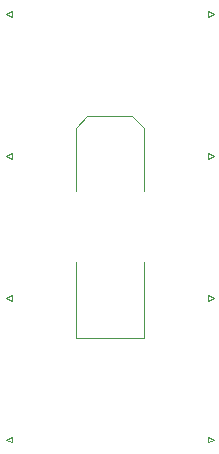
<source format=gto>
G04 #@! TF.GenerationSoftware,KiCad,Pcbnew,6.0.0-unknown-70ca025~86~ubuntu16.04.1*
G04 #@! TF.CreationDate,2019-07-17T04:15:05+00:00*
G04 #@! TF.ProjectId,usb-type-c-breakout,7573622d-7479-4706-952d-632d62726561,rev?*
G04 #@! TF.SameCoordinates,Original*
G04 #@! TF.FileFunction,Legend,Top*
G04 #@! TF.FilePolarity,Positive*
%FSLAX46Y46*%
G04 Gerber Fmt 4.6, Leading zero omitted, Abs format (unit mm)*
G04 Created by KiCad (PCBNEW 6.0.0-unknown-70ca025~86~ubuntu16.04.1) date 2019-07-17 04:15:05*
%MOMM*%
%LPD*%
G04 APERTURE LIST*
%ADD10C,0.120000*%
G04 APERTURE END LIST*
D10*
X102900000Y-91600000D02*
X101900000Y-90600000D01*
X102900000Y-109400000D02*
X97100000Y-109400000D01*
X102900000Y-109400000D02*
X102900000Y-103000000D01*
X98100000Y-90600000D02*
X101900000Y-90600000D01*
X97100000Y-91600000D02*
X97100000Y-97000000D01*
X97100000Y-109400000D02*
X97100000Y-103000000D01*
X102900000Y-91600000D02*
X102900000Y-97000000D01*
X97100000Y-91600000D02*
X98100000Y-90600000D01*
X91210000Y-82000000D02*
X91710000Y-82250000D01*
X91710000Y-82250000D02*
X91710000Y-81750000D01*
X91710000Y-81750000D02*
X91210000Y-82000000D01*
X91210000Y-94000000D02*
X91710000Y-94250000D01*
X91710000Y-94250000D02*
X91710000Y-93750000D01*
X91710000Y-93750000D02*
X91210000Y-94000000D01*
X91210000Y-106000000D02*
X91710000Y-106250000D01*
X91710000Y-106250000D02*
X91710000Y-105750000D01*
X91710000Y-105750000D02*
X91210000Y-106000000D01*
X91210000Y-118000000D02*
X91710000Y-118250000D01*
X91710000Y-118250000D02*
X91710000Y-117750000D01*
X91710000Y-117750000D02*
X91210000Y-118000000D01*
X108790000Y-118000000D02*
X108290000Y-117750000D01*
X108290000Y-117750000D02*
X108290000Y-118250000D01*
X108290000Y-118250000D02*
X108790000Y-118000000D01*
X108790000Y-106000000D02*
X108290000Y-105750000D01*
X108290000Y-105750000D02*
X108290000Y-106250000D01*
X108290000Y-106250000D02*
X108790000Y-106000000D01*
X108790000Y-94000000D02*
X108290000Y-93750000D01*
X108290000Y-93750000D02*
X108290000Y-94250000D01*
X108290000Y-94250000D02*
X108790000Y-94000000D01*
X108790000Y-82000000D02*
X108290000Y-81750000D01*
X108290000Y-81750000D02*
X108290000Y-82250000D01*
X108290000Y-82250000D02*
X108790000Y-82000000D01*
M02*

</source>
